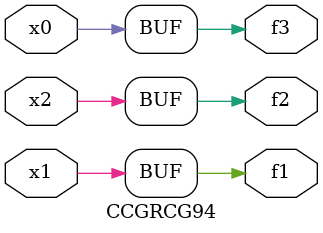
<source format=v>
module CCGRCG94(
	input x0, x1, x2,
	output f1, f2, f3
);
	assign f1 = x1;
	assign f2 = x2;
	assign f3 = x0;
endmodule

</source>
